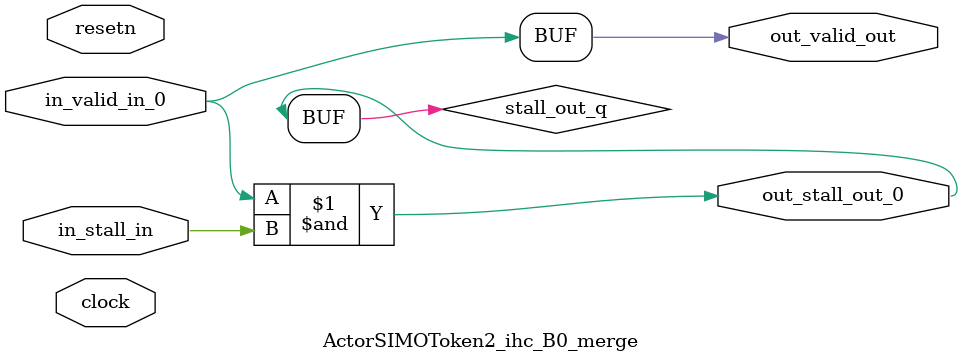
<source format=sv>



(* altera_attribute = "-name AUTO_SHIFT_REGISTER_RECOGNITION OFF; -name MESSAGE_DISABLE 10036; -name MESSAGE_DISABLE 10037; -name MESSAGE_DISABLE 14130; -name MESSAGE_DISABLE 14320; -name MESSAGE_DISABLE 15400; -name MESSAGE_DISABLE 14130; -name MESSAGE_DISABLE 10036; -name MESSAGE_DISABLE 12020; -name MESSAGE_DISABLE 12030; -name MESSAGE_DISABLE 12010; -name MESSAGE_DISABLE 12110; -name MESSAGE_DISABLE 14320; -name MESSAGE_DISABLE 13410; -name MESSAGE_DISABLE 113007; -name MESSAGE_DISABLE 10958" *)
module ActorSIMOToken2_ihc_B0_merge (
    input wire [0:0] in_stall_in,
    input wire [0:0] in_valid_in_0,
    output wire [0:0] out_stall_out_0,
    output wire [0:0] out_valid_out,
    input wire clock,
    input wire resetn
    );

    wire [0:0] stall_out_q;


    // stall_out(LOGICAL,6)
    assign stall_out_q = in_valid_in_0 & in_stall_in;

    // out_stall_out_0(GPOUT,4)
    assign out_stall_out_0 = stall_out_q;

    // out_valid_out(GPOUT,5)
    assign out_valid_out = in_valid_in_0;

endmodule

</source>
